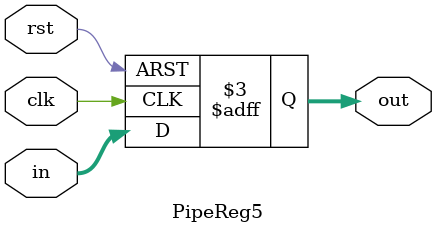
<source format=v>
module PipeReg111(out, in, clk, rst); // synopsys template
   parameter width = 111, init = 0;
   output [0:width-1] out;
   reg [0:width-1]    out;
   input [0:width-1]  in;
   input              clk, rst;

   always @ (posedge clk or negedge rst)
     if (~rst)
       out <= init;
     else
       out <= in;

endmodule // PipeReg

module PipeReg198(out, in, clk, rst); // synopsys template
   parameter width = 198, init = 0;
   output [0:width-1] out;
   reg [0:width-1]    out;
   input [0:width-1]  in;
   input              clk, rst;

   always @ (posedge clk or negedge rst)
     if (~rst)
       out <= init;
     else
       out <= in;

endmodule // PipeReg

module PipeReg76(out, in, clk, rst); // synopsys template
   parameter width = 76, init = 0;
   output [0:width-1] out;
   reg [0:width-1]    out;
   input [0:width-1]  in;
   input              clk, rst;

   always @ (posedge clk or negedge rst)
     if (~rst)
       out <= init;
     else
       out <= in;

endmodule // PipeReg

module PipeReg64(out, in, clk, rst); // synopsys template
   parameter width = 64, init = 0;
   output [0:width-1] out;
   reg [0:width-1]    out;
   input [0:width-1]  in;
   input              clk, rst;

   always @ (posedge clk or negedge rst)
     if (~rst)
       out <= init;
     else
       out <= in;

endmodule // PipeReg



module PipeReg32(out, in, clk, rst); // synopsys template
   parameter width = 32, init = 0;
   output [0:width-1] out;
   reg [0:width-1]    out;
   input [0:width-1]  in;
   input              clk, rst;

   always @ (posedge clk or negedge rst)
     if (~rst)
       out <= init;
     else
       out <= in;

endmodule // PipeReg

module PipeReg5(out, in, clk, rst); // synopsys template
   parameter width = 5, init = 0;
   output [0:width-1] out;
   reg [0:width-1]    out;
   input [0:width-1]  in;
   input              clk, rst;

   always @ (posedge clk or negedge rst)
     if (~rst)
       out <= init;
     else
       out <= in;

endmodule // PipeReg

</source>
